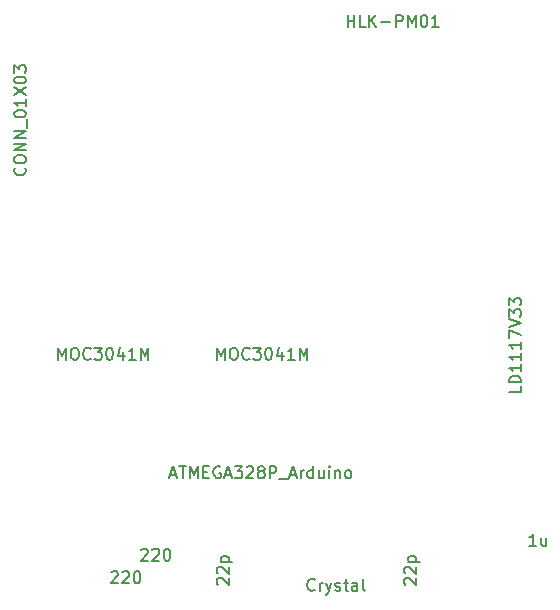
<source format=gbr>
G04 #@! TF.FileFunction,Other,Fab,Top*
%FSLAX46Y46*%
G04 Gerber Fmt 4.6, Leading zero omitted, Abs format (unit mm)*
G04 Created by KiCad (PCBNEW 4.0.4+e1-6308~48~ubuntu15.10.1-stable) date Mon Sep 26 14:10:36 2016*
%MOMM*%
%LPD*%
G01*
G04 APERTURE LIST*
%ADD10C,0.100000*%
%ADD11C,0.150000*%
G04 APERTURE END LIST*
D10*
D11*
X144176905Y-127182619D02*
X144224524Y-127135000D01*
X144319762Y-127087381D01*
X144557858Y-127087381D01*
X144653096Y-127135000D01*
X144700715Y-127182619D01*
X144748334Y-127277857D01*
X144748334Y-127373095D01*
X144700715Y-127515952D01*
X144129286Y-128087381D01*
X144748334Y-128087381D01*
X145129286Y-127182619D02*
X145176905Y-127135000D01*
X145272143Y-127087381D01*
X145510239Y-127087381D01*
X145605477Y-127135000D01*
X145653096Y-127182619D01*
X145700715Y-127277857D01*
X145700715Y-127373095D01*
X145653096Y-127515952D01*
X145081667Y-128087381D01*
X145700715Y-128087381D01*
X146319762Y-127087381D02*
X146415001Y-127087381D01*
X146510239Y-127135000D01*
X146557858Y-127182619D01*
X146605477Y-127277857D01*
X146653096Y-127468333D01*
X146653096Y-127706429D01*
X146605477Y-127896905D01*
X146557858Y-127992143D01*
X146510239Y-128039762D01*
X146415001Y-128087381D01*
X146319762Y-128087381D01*
X146224524Y-128039762D01*
X146176905Y-127992143D01*
X146129286Y-127896905D01*
X146081667Y-127706429D01*
X146081667Y-127468333D01*
X146129286Y-127277857D01*
X146176905Y-127182619D01*
X146224524Y-127135000D01*
X146319762Y-127087381D01*
X178887381Y-111426190D02*
X178887381Y-111902381D01*
X177887381Y-111902381D01*
X178887381Y-111092857D02*
X177887381Y-111092857D01*
X177887381Y-110854762D01*
X177935000Y-110711904D01*
X178030238Y-110616666D01*
X178125476Y-110569047D01*
X178315952Y-110521428D01*
X178458810Y-110521428D01*
X178649286Y-110569047D01*
X178744524Y-110616666D01*
X178839762Y-110711904D01*
X178887381Y-110854762D01*
X178887381Y-111092857D01*
X178887381Y-109569047D02*
X178887381Y-110140476D01*
X178887381Y-109854762D02*
X177887381Y-109854762D01*
X178030238Y-109950000D01*
X178125476Y-110045238D01*
X178173095Y-110140476D01*
X178887381Y-108616666D02*
X178887381Y-109188095D01*
X178887381Y-108902381D02*
X177887381Y-108902381D01*
X178030238Y-108997619D01*
X178125476Y-109092857D01*
X178173095Y-109188095D01*
X178887381Y-107664285D02*
X178887381Y-108235714D01*
X178887381Y-107950000D02*
X177887381Y-107950000D01*
X178030238Y-108045238D01*
X178125476Y-108140476D01*
X178173095Y-108235714D01*
X177887381Y-107330952D02*
X177887381Y-106664285D01*
X178887381Y-107092857D01*
X177887381Y-106426190D02*
X178887381Y-106092857D01*
X177887381Y-105759523D01*
X177887381Y-105521428D02*
X177887381Y-104902380D01*
X178268333Y-105235714D01*
X178268333Y-105092856D01*
X178315952Y-104997618D01*
X178363571Y-104949999D01*
X178458810Y-104902380D01*
X178696905Y-104902380D01*
X178792143Y-104949999D01*
X178839762Y-104997618D01*
X178887381Y-105092856D01*
X178887381Y-105378571D01*
X178839762Y-105473809D01*
X178792143Y-105521428D01*
X177887381Y-104569047D02*
X177887381Y-103949999D01*
X178268333Y-104283333D01*
X178268333Y-104140475D01*
X178315952Y-104045237D01*
X178363571Y-103997618D01*
X178458810Y-103949999D01*
X178696905Y-103949999D01*
X178792143Y-103997618D01*
X178839762Y-104045237D01*
X178887381Y-104140475D01*
X178887381Y-104426190D01*
X178839762Y-104521428D01*
X178792143Y-104569047D01*
X136882143Y-92923809D02*
X136929762Y-92971428D01*
X136977381Y-93114285D01*
X136977381Y-93209523D01*
X136929762Y-93352381D01*
X136834524Y-93447619D01*
X136739286Y-93495238D01*
X136548810Y-93542857D01*
X136405952Y-93542857D01*
X136215476Y-93495238D01*
X136120238Y-93447619D01*
X136025000Y-93352381D01*
X135977381Y-93209523D01*
X135977381Y-93114285D01*
X136025000Y-92971428D01*
X136072619Y-92923809D01*
X135977381Y-92304762D02*
X135977381Y-92114285D01*
X136025000Y-92019047D01*
X136120238Y-91923809D01*
X136310714Y-91876190D01*
X136644048Y-91876190D01*
X136834524Y-91923809D01*
X136929762Y-92019047D01*
X136977381Y-92114285D01*
X136977381Y-92304762D01*
X136929762Y-92400000D01*
X136834524Y-92495238D01*
X136644048Y-92542857D01*
X136310714Y-92542857D01*
X136120238Y-92495238D01*
X136025000Y-92400000D01*
X135977381Y-92304762D01*
X136977381Y-91447619D02*
X135977381Y-91447619D01*
X136977381Y-90876190D01*
X135977381Y-90876190D01*
X136977381Y-90400000D02*
X135977381Y-90400000D01*
X136977381Y-89828571D01*
X135977381Y-89828571D01*
X137072619Y-89590476D02*
X137072619Y-88828571D01*
X135977381Y-88400000D02*
X135977381Y-88304761D01*
X136025000Y-88209523D01*
X136072619Y-88161904D01*
X136167857Y-88114285D01*
X136358333Y-88066666D01*
X136596429Y-88066666D01*
X136786905Y-88114285D01*
X136882143Y-88161904D01*
X136929762Y-88209523D01*
X136977381Y-88304761D01*
X136977381Y-88400000D01*
X136929762Y-88495238D01*
X136882143Y-88542857D01*
X136786905Y-88590476D01*
X136596429Y-88638095D01*
X136358333Y-88638095D01*
X136167857Y-88590476D01*
X136072619Y-88542857D01*
X136025000Y-88495238D01*
X135977381Y-88400000D01*
X136977381Y-87114285D02*
X136977381Y-87685714D01*
X136977381Y-87400000D02*
X135977381Y-87400000D01*
X136120238Y-87495238D01*
X136215476Y-87590476D01*
X136263095Y-87685714D01*
X135977381Y-86780952D02*
X136977381Y-86114285D01*
X135977381Y-86114285D02*
X136977381Y-86780952D01*
X135977381Y-85542857D02*
X135977381Y-85447618D01*
X136025000Y-85352380D01*
X136072619Y-85304761D01*
X136167857Y-85257142D01*
X136358333Y-85209523D01*
X136596429Y-85209523D01*
X136786905Y-85257142D01*
X136882143Y-85304761D01*
X136929762Y-85352380D01*
X136977381Y-85447618D01*
X136977381Y-85542857D01*
X136929762Y-85638095D01*
X136882143Y-85685714D01*
X136786905Y-85733333D01*
X136596429Y-85780952D01*
X136358333Y-85780952D01*
X136167857Y-85733333D01*
X136072619Y-85685714D01*
X136025000Y-85638095D01*
X135977381Y-85542857D01*
X135977381Y-84876190D02*
X135977381Y-84257142D01*
X136358333Y-84590476D01*
X136358333Y-84447618D01*
X136405952Y-84352380D01*
X136453571Y-84304761D01*
X136548810Y-84257142D01*
X136786905Y-84257142D01*
X136882143Y-84304761D01*
X136929762Y-84352380D01*
X136977381Y-84447618D01*
X136977381Y-84733333D01*
X136929762Y-84828571D01*
X136882143Y-84876190D01*
X153217619Y-128214286D02*
X153170000Y-128166667D01*
X153122381Y-128071429D01*
X153122381Y-127833333D01*
X153170000Y-127738095D01*
X153217619Y-127690476D01*
X153312857Y-127642857D01*
X153408095Y-127642857D01*
X153550952Y-127690476D01*
X154122381Y-128261905D01*
X154122381Y-127642857D01*
X153217619Y-127261905D02*
X153170000Y-127214286D01*
X153122381Y-127119048D01*
X153122381Y-126880952D01*
X153170000Y-126785714D01*
X153217619Y-126738095D01*
X153312857Y-126690476D01*
X153408095Y-126690476D01*
X153550952Y-126738095D01*
X154122381Y-127309524D01*
X154122381Y-126690476D01*
X153455714Y-126261905D02*
X154455714Y-126261905D01*
X153503333Y-126261905D02*
X153455714Y-126166667D01*
X153455714Y-125976190D01*
X153503333Y-125880952D01*
X153550952Y-125833333D01*
X153646190Y-125785714D01*
X153931905Y-125785714D01*
X154027143Y-125833333D01*
X154074762Y-125880952D01*
X154122381Y-125976190D01*
X154122381Y-126166667D01*
X154074762Y-126261905D01*
X169092619Y-128214286D02*
X169045000Y-128166667D01*
X168997381Y-128071429D01*
X168997381Y-127833333D01*
X169045000Y-127738095D01*
X169092619Y-127690476D01*
X169187857Y-127642857D01*
X169283095Y-127642857D01*
X169425952Y-127690476D01*
X169997381Y-128261905D01*
X169997381Y-127642857D01*
X169092619Y-127261905D02*
X169045000Y-127214286D01*
X168997381Y-127119048D01*
X168997381Y-126880952D01*
X169045000Y-126785714D01*
X169092619Y-126738095D01*
X169187857Y-126690476D01*
X169283095Y-126690476D01*
X169425952Y-126738095D01*
X169997381Y-127309524D01*
X169997381Y-126690476D01*
X169330714Y-126261905D02*
X170330714Y-126261905D01*
X169378333Y-126261905D02*
X169330714Y-126166667D01*
X169330714Y-125976190D01*
X169378333Y-125880952D01*
X169425952Y-125833333D01*
X169521190Y-125785714D01*
X169806905Y-125785714D01*
X169902143Y-125833333D01*
X169949762Y-125880952D01*
X169997381Y-125976190D01*
X169997381Y-126166667D01*
X169949762Y-126261905D01*
X180173334Y-124912381D02*
X179601905Y-124912381D01*
X179887619Y-124912381D02*
X179887619Y-123912381D01*
X179792381Y-124055238D01*
X179697143Y-124150476D01*
X179601905Y-124198095D01*
X181030477Y-124245714D02*
X181030477Y-124912381D01*
X180601905Y-124245714D02*
X180601905Y-124769524D01*
X180649524Y-124864762D01*
X180744762Y-124912381D01*
X180887620Y-124912381D01*
X180982858Y-124864762D01*
X181030477Y-124817143D01*
X149178333Y-118911667D02*
X149654524Y-118911667D01*
X149083095Y-119197381D02*
X149416428Y-118197381D01*
X149749762Y-119197381D01*
X149940238Y-118197381D02*
X150511667Y-118197381D01*
X150225952Y-119197381D02*
X150225952Y-118197381D01*
X150845000Y-119197381D02*
X150845000Y-118197381D01*
X151178334Y-118911667D01*
X151511667Y-118197381D01*
X151511667Y-119197381D01*
X151987857Y-118673571D02*
X152321191Y-118673571D01*
X152464048Y-119197381D02*
X151987857Y-119197381D01*
X151987857Y-118197381D01*
X152464048Y-118197381D01*
X153416429Y-118245000D02*
X153321191Y-118197381D01*
X153178334Y-118197381D01*
X153035476Y-118245000D01*
X152940238Y-118340238D01*
X152892619Y-118435476D01*
X152845000Y-118625952D01*
X152845000Y-118768810D01*
X152892619Y-118959286D01*
X152940238Y-119054524D01*
X153035476Y-119149762D01*
X153178334Y-119197381D01*
X153273572Y-119197381D01*
X153416429Y-119149762D01*
X153464048Y-119102143D01*
X153464048Y-118768810D01*
X153273572Y-118768810D01*
X153845000Y-118911667D02*
X154321191Y-118911667D01*
X153749762Y-119197381D02*
X154083095Y-118197381D01*
X154416429Y-119197381D01*
X154654524Y-118197381D02*
X155273572Y-118197381D01*
X154940238Y-118578333D01*
X155083096Y-118578333D01*
X155178334Y-118625952D01*
X155225953Y-118673571D01*
X155273572Y-118768810D01*
X155273572Y-119006905D01*
X155225953Y-119102143D01*
X155178334Y-119149762D01*
X155083096Y-119197381D01*
X154797381Y-119197381D01*
X154702143Y-119149762D01*
X154654524Y-119102143D01*
X155654524Y-118292619D02*
X155702143Y-118245000D01*
X155797381Y-118197381D01*
X156035477Y-118197381D01*
X156130715Y-118245000D01*
X156178334Y-118292619D01*
X156225953Y-118387857D01*
X156225953Y-118483095D01*
X156178334Y-118625952D01*
X155606905Y-119197381D01*
X156225953Y-119197381D01*
X156797381Y-118625952D02*
X156702143Y-118578333D01*
X156654524Y-118530714D01*
X156606905Y-118435476D01*
X156606905Y-118387857D01*
X156654524Y-118292619D01*
X156702143Y-118245000D01*
X156797381Y-118197381D01*
X156987858Y-118197381D01*
X157083096Y-118245000D01*
X157130715Y-118292619D01*
X157178334Y-118387857D01*
X157178334Y-118435476D01*
X157130715Y-118530714D01*
X157083096Y-118578333D01*
X156987858Y-118625952D01*
X156797381Y-118625952D01*
X156702143Y-118673571D01*
X156654524Y-118721190D01*
X156606905Y-118816429D01*
X156606905Y-119006905D01*
X156654524Y-119102143D01*
X156702143Y-119149762D01*
X156797381Y-119197381D01*
X156987858Y-119197381D01*
X157083096Y-119149762D01*
X157130715Y-119102143D01*
X157178334Y-119006905D01*
X157178334Y-118816429D01*
X157130715Y-118721190D01*
X157083096Y-118673571D01*
X156987858Y-118625952D01*
X157606905Y-119197381D02*
X157606905Y-118197381D01*
X157987858Y-118197381D01*
X158083096Y-118245000D01*
X158130715Y-118292619D01*
X158178334Y-118387857D01*
X158178334Y-118530714D01*
X158130715Y-118625952D01*
X158083096Y-118673571D01*
X157987858Y-118721190D01*
X157606905Y-118721190D01*
X158368810Y-119292619D02*
X159130715Y-119292619D01*
X159321191Y-118911667D02*
X159797382Y-118911667D01*
X159225953Y-119197381D02*
X159559286Y-118197381D01*
X159892620Y-119197381D01*
X160225953Y-119197381D02*
X160225953Y-118530714D01*
X160225953Y-118721190D02*
X160273572Y-118625952D01*
X160321191Y-118578333D01*
X160416429Y-118530714D01*
X160511668Y-118530714D01*
X161273573Y-119197381D02*
X161273573Y-118197381D01*
X161273573Y-119149762D02*
X161178335Y-119197381D01*
X160987858Y-119197381D01*
X160892620Y-119149762D01*
X160845001Y-119102143D01*
X160797382Y-119006905D01*
X160797382Y-118721190D01*
X160845001Y-118625952D01*
X160892620Y-118578333D01*
X160987858Y-118530714D01*
X161178335Y-118530714D01*
X161273573Y-118578333D01*
X162178335Y-118530714D02*
X162178335Y-119197381D01*
X161749763Y-118530714D02*
X161749763Y-119054524D01*
X161797382Y-119149762D01*
X161892620Y-119197381D01*
X162035478Y-119197381D01*
X162130716Y-119149762D01*
X162178335Y-119102143D01*
X162654525Y-119197381D02*
X162654525Y-118530714D01*
X162654525Y-118197381D02*
X162606906Y-118245000D01*
X162654525Y-118292619D01*
X162702144Y-118245000D01*
X162654525Y-118197381D01*
X162654525Y-118292619D01*
X163130715Y-118530714D02*
X163130715Y-119197381D01*
X163130715Y-118625952D02*
X163178334Y-118578333D01*
X163273572Y-118530714D01*
X163416430Y-118530714D01*
X163511668Y-118578333D01*
X163559287Y-118673571D01*
X163559287Y-119197381D01*
X164178334Y-119197381D02*
X164083096Y-119149762D01*
X164035477Y-119102143D01*
X163987858Y-119006905D01*
X163987858Y-118721190D01*
X164035477Y-118625952D01*
X164083096Y-118578333D01*
X164178334Y-118530714D01*
X164321192Y-118530714D01*
X164416430Y-118578333D01*
X164464049Y-118625952D01*
X164511668Y-118721190D01*
X164511668Y-119006905D01*
X164464049Y-119102143D01*
X164416430Y-119149762D01*
X164321192Y-119197381D01*
X164178334Y-119197381D01*
X146716905Y-125277619D02*
X146764524Y-125230000D01*
X146859762Y-125182381D01*
X147097858Y-125182381D01*
X147193096Y-125230000D01*
X147240715Y-125277619D01*
X147288334Y-125372857D01*
X147288334Y-125468095D01*
X147240715Y-125610952D01*
X146669286Y-126182381D01*
X147288334Y-126182381D01*
X147669286Y-125277619D02*
X147716905Y-125230000D01*
X147812143Y-125182381D01*
X148050239Y-125182381D01*
X148145477Y-125230000D01*
X148193096Y-125277619D01*
X148240715Y-125372857D01*
X148240715Y-125468095D01*
X148193096Y-125610952D01*
X147621667Y-126182381D01*
X148240715Y-126182381D01*
X148859762Y-125182381D02*
X148955001Y-125182381D01*
X149050239Y-125230000D01*
X149097858Y-125277619D01*
X149145477Y-125372857D01*
X149193096Y-125563333D01*
X149193096Y-125801429D01*
X149145477Y-125991905D01*
X149097858Y-126087143D01*
X149050239Y-126134762D01*
X148955001Y-126182381D01*
X148859762Y-126182381D01*
X148764524Y-126134762D01*
X148716905Y-126087143D01*
X148669286Y-125991905D01*
X148621667Y-125801429D01*
X148621667Y-125563333D01*
X148669286Y-125372857D01*
X148716905Y-125277619D01*
X148764524Y-125230000D01*
X148859762Y-125182381D01*
X164196667Y-80987381D02*
X164196667Y-79987381D01*
X164196667Y-80463571D02*
X164768096Y-80463571D01*
X164768096Y-80987381D02*
X164768096Y-79987381D01*
X165720477Y-80987381D02*
X165244286Y-80987381D01*
X165244286Y-79987381D01*
X166053810Y-80987381D02*
X166053810Y-79987381D01*
X166625239Y-80987381D02*
X166196667Y-80415952D01*
X166625239Y-79987381D02*
X166053810Y-80558810D01*
X167053810Y-80606429D02*
X167815715Y-80606429D01*
X168291905Y-80987381D02*
X168291905Y-79987381D01*
X168672858Y-79987381D01*
X168768096Y-80035000D01*
X168815715Y-80082619D01*
X168863334Y-80177857D01*
X168863334Y-80320714D01*
X168815715Y-80415952D01*
X168768096Y-80463571D01*
X168672858Y-80511190D01*
X168291905Y-80511190D01*
X169291905Y-80987381D02*
X169291905Y-79987381D01*
X169625239Y-80701667D01*
X169958572Y-79987381D01*
X169958572Y-80987381D01*
X170625238Y-79987381D02*
X170720477Y-79987381D01*
X170815715Y-80035000D01*
X170863334Y-80082619D01*
X170910953Y-80177857D01*
X170958572Y-80368333D01*
X170958572Y-80606429D01*
X170910953Y-80796905D01*
X170863334Y-80892143D01*
X170815715Y-80939762D01*
X170720477Y-80987381D01*
X170625238Y-80987381D01*
X170530000Y-80939762D01*
X170482381Y-80892143D01*
X170434762Y-80796905D01*
X170387143Y-80606429D01*
X170387143Y-80368333D01*
X170434762Y-80177857D01*
X170482381Y-80082619D01*
X170530000Y-80035000D01*
X170625238Y-79987381D01*
X171910953Y-80987381D02*
X171339524Y-80987381D01*
X171625238Y-80987381D02*
X171625238Y-79987381D01*
X171530000Y-80130238D01*
X171434762Y-80225476D01*
X171339524Y-80273095D01*
X161409285Y-128627143D02*
X161361666Y-128674762D01*
X161218809Y-128722381D01*
X161123571Y-128722381D01*
X160980713Y-128674762D01*
X160885475Y-128579524D01*
X160837856Y-128484286D01*
X160790237Y-128293810D01*
X160790237Y-128150952D01*
X160837856Y-127960476D01*
X160885475Y-127865238D01*
X160980713Y-127770000D01*
X161123571Y-127722381D01*
X161218809Y-127722381D01*
X161361666Y-127770000D01*
X161409285Y-127817619D01*
X161837856Y-128722381D02*
X161837856Y-128055714D01*
X161837856Y-128246190D02*
X161885475Y-128150952D01*
X161933094Y-128103333D01*
X162028332Y-128055714D01*
X162123571Y-128055714D01*
X162361666Y-128055714D02*
X162599761Y-128722381D01*
X162837857Y-128055714D02*
X162599761Y-128722381D01*
X162504523Y-128960476D01*
X162456904Y-129008095D01*
X162361666Y-129055714D01*
X163171190Y-128674762D02*
X163266428Y-128722381D01*
X163456904Y-128722381D01*
X163552143Y-128674762D01*
X163599762Y-128579524D01*
X163599762Y-128531905D01*
X163552143Y-128436667D01*
X163456904Y-128389048D01*
X163314047Y-128389048D01*
X163218809Y-128341429D01*
X163171190Y-128246190D01*
X163171190Y-128198571D01*
X163218809Y-128103333D01*
X163314047Y-128055714D01*
X163456904Y-128055714D01*
X163552143Y-128103333D01*
X163885476Y-128055714D02*
X164266428Y-128055714D01*
X164028333Y-127722381D02*
X164028333Y-128579524D01*
X164075952Y-128674762D01*
X164171190Y-128722381D01*
X164266428Y-128722381D01*
X165028334Y-128722381D02*
X165028334Y-128198571D01*
X164980715Y-128103333D01*
X164885477Y-128055714D01*
X164695000Y-128055714D01*
X164599762Y-128103333D01*
X165028334Y-128674762D02*
X164933096Y-128722381D01*
X164695000Y-128722381D01*
X164599762Y-128674762D01*
X164552143Y-128579524D01*
X164552143Y-128484286D01*
X164599762Y-128389048D01*
X164695000Y-128341429D01*
X164933096Y-128341429D01*
X165028334Y-128293810D01*
X165647381Y-128722381D02*
X165552143Y-128674762D01*
X165504524Y-128579524D01*
X165504524Y-127722381D01*
X139676667Y-109164381D02*
X139676667Y-108164381D01*
X140010001Y-108878667D01*
X140343334Y-108164381D01*
X140343334Y-109164381D01*
X141010000Y-108164381D02*
X141200477Y-108164381D01*
X141295715Y-108212000D01*
X141390953Y-108307238D01*
X141438572Y-108497714D01*
X141438572Y-108831048D01*
X141390953Y-109021524D01*
X141295715Y-109116762D01*
X141200477Y-109164381D01*
X141010000Y-109164381D01*
X140914762Y-109116762D01*
X140819524Y-109021524D01*
X140771905Y-108831048D01*
X140771905Y-108497714D01*
X140819524Y-108307238D01*
X140914762Y-108212000D01*
X141010000Y-108164381D01*
X142438572Y-109069143D02*
X142390953Y-109116762D01*
X142248096Y-109164381D01*
X142152858Y-109164381D01*
X142010000Y-109116762D01*
X141914762Y-109021524D01*
X141867143Y-108926286D01*
X141819524Y-108735810D01*
X141819524Y-108592952D01*
X141867143Y-108402476D01*
X141914762Y-108307238D01*
X142010000Y-108212000D01*
X142152858Y-108164381D01*
X142248096Y-108164381D01*
X142390953Y-108212000D01*
X142438572Y-108259619D01*
X142771905Y-108164381D02*
X143390953Y-108164381D01*
X143057619Y-108545333D01*
X143200477Y-108545333D01*
X143295715Y-108592952D01*
X143343334Y-108640571D01*
X143390953Y-108735810D01*
X143390953Y-108973905D01*
X143343334Y-109069143D01*
X143295715Y-109116762D01*
X143200477Y-109164381D01*
X142914762Y-109164381D01*
X142819524Y-109116762D01*
X142771905Y-109069143D01*
X144010000Y-108164381D02*
X144105239Y-108164381D01*
X144200477Y-108212000D01*
X144248096Y-108259619D01*
X144295715Y-108354857D01*
X144343334Y-108545333D01*
X144343334Y-108783429D01*
X144295715Y-108973905D01*
X144248096Y-109069143D01*
X144200477Y-109116762D01*
X144105239Y-109164381D01*
X144010000Y-109164381D01*
X143914762Y-109116762D01*
X143867143Y-109069143D01*
X143819524Y-108973905D01*
X143771905Y-108783429D01*
X143771905Y-108545333D01*
X143819524Y-108354857D01*
X143867143Y-108259619D01*
X143914762Y-108212000D01*
X144010000Y-108164381D01*
X145200477Y-108497714D02*
X145200477Y-109164381D01*
X144962381Y-108116762D02*
X144724286Y-108831048D01*
X145343334Y-108831048D01*
X146248096Y-109164381D02*
X145676667Y-109164381D01*
X145962381Y-109164381D02*
X145962381Y-108164381D01*
X145867143Y-108307238D01*
X145771905Y-108402476D01*
X145676667Y-108450095D01*
X146676667Y-109164381D02*
X146676667Y-108164381D01*
X147010001Y-108878667D01*
X147343334Y-108164381D01*
X147343334Y-109164381D01*
X153138667Y-109164381D02*
X153138667Y-108164381D01*
X153472001Y-108878667D01*
X153805334Y-108164381D01*
X153805334Y-109164381D01*
X154472000Y-108164381D02*
X154662477Y-108164381D01*
X154757715Y-108212000D01*
X154852953Y-108307238D01*
X154900572Y-108497714D01*
X154900572Y-108831048D01*
X154852953Y-109021524D01*
X154757715Y-109116762D01*
X154662477Y-109164381D01*
X154472000Y-109164381D01*
X154376762Y-109116762D01*
X154281524Y-109021524D01*
X154233905Y-108831048D01*
X154233905Y-108497714D01*
X154281524Y-108307238D01*
X154376762Y-108212000D01*
X154472000Y-108164381D01*
X155900572Y-109069143D02*
X155852953Y-109116762D01*
X155710096Y-109164381D01*
X155614858Y-109164381D01*
X155472000Y-109116762D01*
X155376762Y-109021524D01*
X155329143Y-108926286D01*
X155281524Y-108735810D01*
X155281524Y-108592952D01*
X155329143Y-108402476D01*
X155376762Y-108307238D01*
X155472000Y-108212000D01*
X155614858Y-108164381D01*
X155710096Y-108164381D01*
X155852953Y-108212000D01*
X155900572Y-108259619D01*
X156233905Y-108164381D02*
X156852953Y-108164381D01*
X156519619Y-108545333D01*
X156662477Y-108545333D01*
X156757715Y-108592952D01*
X156805334Y-108640571D01*
X156852953Y-108735810D01*
X156852953Y-108973905D01*
X156805334Y-109069143D01*
X156757715Y-109116762D01*
X156662477Y-109164381D01*
X156376762Y-109164381D01*
X156281524Y-109116762D01*
X156233905Y-109069143D01*
X157472000Y-108164381D02*
X157567239Y-108164381D01*
X157662477Y-108212000D01*
X157710096Y-108259619D01*
X157757715Y-108354857D01*
X157805334Y-108545333D01*
X157805334Y-108783429D01*
X157757715Y-108973905D01*
X157710096Y-109069143D01*
X157662477Y-109116762D01*
X157567239Y-109164381D01*
X157472000Y-109164381D01*
X157376762Y-109116762D01*
X157329143Y-109069143D01*
X157281524Y-108973905D01*
X157233905Y-108783429D01*
X157233905Y-108545333D01*
X157281524Y-108354857D01*
X157329143Y-108259619D01*
X157376762Y-108212000D01*
X157472000Y-108164381D01*
X158662477Y-108497714D02*
X158662477Y-109164381D01*
X158424381Y-108116762D02*
X158186286Y-108831048D01*
X158805334Y-108831048D01*
X159710096Y-109164381D02*
X159138667Y-109164381D01*
X159424381Y-109164381D02*
X159424381Y-108164381D01*
X159329143Y-108307238D01*
X159233905Y-108402476D01*
X159138667Y-108450095D01*
X160138667Y-109164381D02*
X160138667Y-108164381D01*
X160472001Y-108878667D01*
X160805334Y-108164381D01*
X160805334Y-109164381D01*
M02*

</source>
